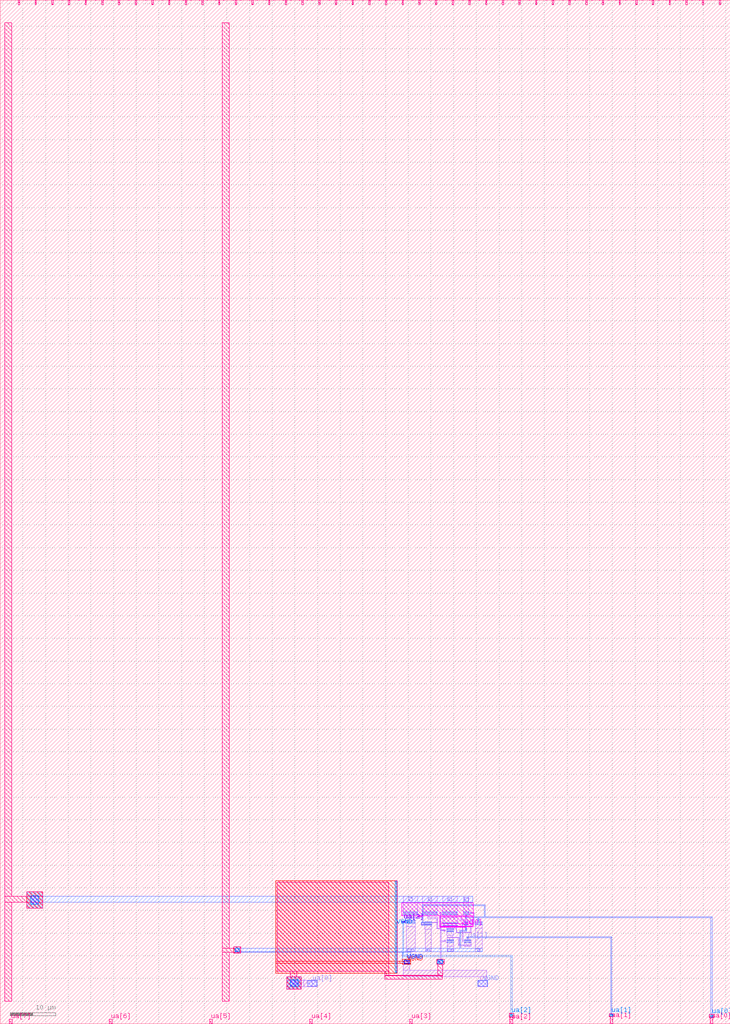
<source format=lef>
VERSION 5.7 ;
  NOWIREEXTENSIONATPIN ON ;
  DIVIDERCHAR "/" ;
  BUSBITCHARS "[]" ;
MACRO tt_um_analog_example
  CLASS BLOCK ;
  FOREIGN tt_um_analog_example ;
  ORIGIN 0.000 0.000 ;
  SIZE 161.000 BY 225.760 ;
  PIN clk
    DIRECTION INPUT ;
    USE SIGNAL ;
    PORT
      LAYER met4 ;
        RECT 154.870 224.760 155.170 225.760 ;
    END
  END clk
  PIN ena
    DIRECTION INPUT ;
    USE SIGNAL ;
    PORT
      LAYER met4 ;
        RECT 158.550 224.760 158.850 225.760 ;
    END
  END ena
  PIN rst_n
    DIRECTION INPUT ;
    USE SIGNAL ;
    PORT
      LAYER met4 ;
        RECT 151.190 224.760 151.490 225.760 ;
    END
  END rst_n
  PIN ua[0]
    DIRECTION INOUT ;
    USE SIGNAL ;
    ANTENNAGATEAREA 1.976400 ;
    ANTENNADIFFAREA 28.198374 ;
    PORT
      LAYER nwell ;
        RECT 88.560 23.770 104.290 26.720 ;
        RECT 92.130 23.585 93.005 23.770 ;
        RECT 96.915 23.565 104.290 23.770 ;
        RECT 96.915 22.035 104.275 23.565 ;
        RECT 96.915 21.555 104.270 22.035 ;
        RECT 96.915 21.360 104.250 21.555 ;
        RECT 96.915 21.330 102.620 21.360 ;
        RECT 101.125 21.295 102.620 21.330 ;
        RECT 101.125 21.270 102.555 21.295 ;
      LAYER li1 ;
        RECT 88.865 24.700 92.115 28.170 ;
        RECT 93.090 24.705 96.340 28.170 ;
        RECT 88.850 24.530 92.130 24.700 ;
        RECT 93.080 24.535 96.360 24.705 ;
        RECT 97.550 24.700 100.800 28.170 ;
        RECT 93.080 24.065 96.360 24.235 ;
        RECT 96.935 24.160 97.270 24.585 ;
        RECT 97.530 24.530 100.810 24.700 ;
        RECT 102.170 24.695 103.370 28.170 ;
        RECT 102.150 24.525 103.390 24.695 ;
        RECT 94.255 23.460 94.635 24.065 ;
        RECT 94.255 23.445 96.455 23.460 ;
        RECT 94.255 23.210 96.465 23.445 ;
        RECT 96.250 22.440 96.465 23.210 ;
        RECT 92.950 21.865 93.410 22.345 ;
        RECT 93.630 22.270 96.470 22.440 ;
        RECT 96.250 21.115 96.465 22.270 ;
        RECT 97.035 22.075 97.205 24.160 ;
        RECT 97.530 24.060 100.810 24.230 ;
        RECT 97.895 23.780 100.690 24.060 ;
        RECT 102.150 24.055 103.390 24.225 ;
        RECT 102.645 23.860 102.815 24.055 ;
        RECT 97.895 23.610 101.765 23.780 ;
        RECT 102.640 23.655 102.815 23.860 ;
        RECT 97.895 23.420 100.690 23.610 ;
        RECT 97.640 22.210 100.880 23.420 ;
        RECT 101.595 23.025 101.765 23.610 ;
        RECT 102.575 23.315 102.900 23.655 ;
        RECT 101.595 23.020 103.105 23.025 ;
        RECT 101.595 22.855 103.115 23.020 ;
        RECT 102.315 22.430 103.115 22.855 ;
        RECT 105.205 22.725 105.650 23.095 ;
        RECT 105.310 22.490 105.520 22.725 ;
        RECT 102.295 22.260 103.135 22.430 ;
        RECT 104.745 22.320 106.285 22.490 ;
        RECT 96.940 21.680 97.315 22.075 ;
        RECT 97.620 22.040 100.900 22.210 ;
        RECT 97.050 21.115 97.220 21.680 ;
        RECT 96.250 20.935 97.225 21.115 ;
        RECT 96.265 20.930 97.225 20.935 ;
        RECT 97.050 20.685 97.220 20.930 ;
        RECT 97.845 20.685 98.150 20.765 ;
        RECT 97.050 20.660 98.150 20.685 ;
        RECT 97.045 20.515 98.150 20.660 ;
        RECT 97.045 18.305 97.220 20.515 ;
        RECT 97.845 20.410 98.150 20.515 ;
        RECT 97.965 18.305 98.305 18.400 ;
        RECT 97.045 18.130 98.305 18.305 ;
        RECT 97.045 14.265 97.260 18.130 ;
        RECT 97.965 18.050 98.305 18.130 ;
        RECT 96.225 13.095 97.890 14.265 ;
        RECT 63.165 9.615 66.365 10.370 ;
        RECT 63.165 8.205 69.895 9.615 ;
        RECT 63.165 7.580 66.365 8.205 ;
      LAYER mcon ;
        RECT 90.065 27.090 90.900 27.845 ;
        RECT 94.340 27.080 95.175 27.835 ;
        RECT 98.730 27.075 99.565 27.830 ;
        RECT 88.930 24.530 92.050 24.700 ;
        RECT 93.160 24.535 96.280 24.705 ;
        RECT 102.375 27.055 103.210 27.810 ;
        RECT 93.160 24.065 96.280 24.235 ;
        RECT 97.610 24.530 100.730 24.700 ;
        RECT 102.230 24.525 103.310 24.695 ;
        RECT 93.010 21.950 93.360 22.280 ;
        RECT 93.710 22.270 95.090 22.440 ;
        RECT 97.610 24.060 100.730 24.230 ;
        RECT 102.230 24.055 103.310 24.225 ;
        RECT 102.635 23.370 102.835 23.580 ;
        RECT 105.335 22.815 105.545 23.000 ;
        RECT 102.375 22.260 103.055 22.430 ;
        RECT 104.825 22.320 106.205 22.490 ;
        RECT 97.700 22.040 100.820 22.210 ;
        RECT 96.540 13.245 97.555 14.080 ;
        RECT 63.980 8.230 65.740 9.725 ;
        RECT 67.825 8.285 69.810 9.535 ;
      LAYER met1 ;
        RECT 5.860 28.170 9.370 29.165 ;
        RECT 88.295 28.170 88.815 28.175 ;
        RECT 5.860 26.770 104.245 28.170 ;
        RECT 5.860 25.430 9.370 26.770 ;
        RECT 88.295 26.760 88.815 26.770 ;
        RECT 93.085 26.040 106.935 26.225 ;
        RECT 93.090 25.185 93.255 26.040 ;
        RECT 93.095 24.735 93.255 25.185 ;
        RECT 88.870 24.500 92.110 24.730 ;
        RECT 93.095 24.505 96.340 24.735 ;
        RECT 93.095 24.265 93.255 24.505 ;
        RECT 97.550 24.500 100.790 24.730 ;
        RECT 102.170 24.495 103.370 24.725 ;
        RECT 93.095 24.035 96.340 24.265 ;
        RECT 93.095 22.430 93.255 24.035 ;
        RECT 97.550 24.030 100.790 24.260 ;
        RECT 102.170 24.025 103.370 24.255 ;
        RECT 102.575 23.550 102.900 23.655 ;
        RECT 106.765 23.550 106.935 26.040 ;
        RECT 102.575 23.410 157.020 23.550 ;
        RECT 102.575 23.405 106.935 23.410 ;
        RECT 107.285 23.405 157.020 23.410 ;
        RECT 102.575 23.315 102.900 23.405 ;
        RECT 105.360 23.095 105.500 23.405 ;
        RECT 107.690 23.400 157.020 23.405 ;
        RECT 105.205 22.725 105.650 23.095 ;
        RECT 92.870 21.765 93.485 22.430 ;
        RECT 93.650 22.240 95.150 22.470 ;
        RECT 97.640 22.010 100.880 22.240 ;
        RECT 102.315 22.230 103.115 22.460 ;
        RECT 104.765 22.290 106.265 22.520 ;
        RECT 93.095 21.760 93.310 21.765 ;
        RECT 96.225 13.095 97.890 14.265 ;
        RECT 63.165 7.580 66.365 10.370 ;
        RECT 67.765 8.255 69.870 9.565 ;
        RECT 156.730 2.060 157.020 23.400 ;
        RECT 156.420 1.320 157.310 2.060 ;
      LAYER via ;
        RECT 6.735 26.375 8.525 28.255 ;
        RECT 96.540 13.245 97.555 14.080 ;
        RECT 63.980 8.230 65.740 9.725 ;
        RECT 156.660 1.440 157.100 1.880 ;
      LAYER met2 ;
        RECT 5.860 25.430 9.370 29.165 ;
        RECT 96.225 13.095 97.890 14.265 ;
        RECT 63.165 7.580 66.365 10.370 ;
        RECT 156.420 1.320 157.310 2.060 ;
      LAYER via2 ;
        RECT 6.735 26.375 8.525 28.255 ;
        RECT 96.540 13.245 97.555 14.080 ;
        RECT 63.980 8.230 65.740 9.725 ;
        RECT 156.660 1.440 157.100 1.880 ;
      LAYER met3 ;
        RECT 5.860 25.430 9.370 29.165 ;
        RECT 96.225 13.095 97.890 14.265 ;
        RECT 63.165 7.580 66.365 10.370 ;
        RECT 156.420 1.320 157.310 2.060 ;
      LAYER via3 ;
        RECT 6.735 26.375 8.525 28.255 ;
        RECT 96.540 13.245 97.555 14.080 ;
        RECT 63.980 8.230 65.740 9.725 ;
        RECT 156.660 1.440 157.100 1.880 ;
      LAYER met4 ;
        RECT 1.000 28.150 2.500 220.760 ;
        RECT 5.860 28.150 9.370 29.165 ;
        RECT 1.000 26.755 9.370 28.150 ;
        RECT 1.000 5.000 2.500 26.755 ;
        RECT 5.860 25.430 9.370 26.755 ;
        RECT 61.125 11.555 85.735 31.165 ;
        RECT 96.225 13.095 97.890 14.265 ;
        RECT 63.960 10.370 65.375 11.555 ;
        RECT 84.775 10.655 85.735 11.555 ;
        RECT 96.540 10.655 97.560 13.095 ;
        RECT 84.775 10.640 97.560 10.655 ;
        RECT 63.165 7.580 66.365 10.370 ;
        RECT 84.775 9.840 97.525 10.640 ;
        RECT 156.420 1.320 157.310 2.060 ;
        RECT 156.560 0.000 157.160 1.320 ;
    END
  END ua[0]
  PIN ua[1]
    DIRECTION INOUT ;
    USE SIGNAL ;
    ANTENNADIFFAREA 0.435000 ;
    PORT
      LAYER li1 ;
        RECT 102.840 18.845 103.285 19.215 ;
        RECT 102.945 18.550 103.165 18.845 ;
        RECT 102.300 18.380 103.840 18.550 ;
      LAYER mcon ;
        RECT 102.955 18.925 103.150 19.150 ;
        RECT 102.380 18.380 103.760 18.550 ;
      LAYER met1 ;
        RECT 102.840 19.160 103.285 19.215 ;
        RECT 102.840 19.155 124.870 19.160 ;
        RECT 102.840 18.955 134.920 19.155 ;
        RECT 102.840 18.845 103.285 18.955 ;
        RECT 124.515 18.950 134.920 18.955 ;
        RECT 102.320 18.350 103.820 18.580 ;
        RECT 134.615 2.260 134.920 18.950 ;
        RECT 134.280 1.520 135.300 2.260 ;
      LAYER via ;
        RECT 134.490 1.650 135.090 2.110 ;
      LAYER met2 ;
        RECT 134.280 1.520 135.300 2.260 ;
      LAYER via2 ;
        RECT 134.490 1.650 135.090 2.110 ;
      LAYER met3 ;
        RECT 134.280 1.520 135.300 2.260 ;
      LAYER via3 ;
        RECT 134.490 1.650 135.090 2.110 ;
      LAYER met4 ;
        RECT 134.280 1.520 135.300 2.260 ;
        RECT 134.480 0.000 135.080 1.520 ;
    END
  END ua[1]
  PIN ua[2]
    DIRECTION INOUT ;
    USE SIGNAL ;
    ANTENNAGATEAREA 0.360000 ;
    PORT
      LAYER li1 ;
        RECT 88.600 22.300 89.260 22.700 ;
      LAYER mcon ;
        RECT 88.700 22.370 89.220 22.620 ;
      LAYER met1 ;
        RECT 88.595 22.300 89.265 22.705 ;
      LAYER via ;
        RECT 88.700 22.370 89.220 22.635 ;
      LAYER met2 ;
        RECT 88.595 22.300 89.265 22.705 ;
        RECT 88.735 20.240 88.945 22.300 ;
        RECT 88.735 20.055 88.950 20.240 ;
        RECT 88.740 15.155 88.950 20.055 ;
        RECT 88.740 14.805 112.890 15.155 ;
        RECT 88.740 14.800 88.950 14.805 ;
        RECT 112.540 2.310 112.890 14.805 ;
        RECT 112.210 1.435 113.215 2.310 ;
      LAYER via2 ;
        RECT 112.470 1.615 112.965 2.110 ;
      LAYER met3 ;
        RECT 112.210 1.435 113.215 2.310 ;
      LAYER via3 ;
        RECT 112.470 1.615 112.965 2.110 ;
      LAYER met4 ;
        RECT 112.210 1.435 113.215 2.310 ;
        RECT 112.395 0.905 113.005 1.435 ;
        RECT 112.400 0.000 113.000 0.905 ;
    END
  END ua[2]
  PIN ua[3]
    DIRECTION INOUT ;
    USE SIGNAL ;
    PORT
      LAYER met4 ;
        RECT 90.320 0.000 90.920 1.000 ;
    END
  END ua[3]
  PIN ua[4]
    DIRECTION INOUT ;
    USE SIGNAL ;
    PORT
      LAYER met4 ;
        RECT 68.240 0.000 68.840 1.000 ;
    END
  END ua[4]
  PIN ua[5]
    DIRECTION INOUT ;
    USE SIGNAL ;
    PORT
      LAYER met4 ;
        RECT 46.160 0.000 46.760 1.000 ;
    END
  END ua[5]
  PIN ua[6]
    DIRECTION INOUT ;
    USE SIGNAL ;
    PORT
      LAYER met4 ;
        RECT 24.080 0.000 24.680 1.000 ;
    END
  END ua[6]
  PIN ua[7]
    DIRECTION INOUT ;
    USE SIGNAL ;
    PORT
      LAYER met4 ;
        RECT 2.000 0.000 2.600 1.000 ;
    END
  END ua[7]
  PIN ui_in[0]
    DIRECTION INPUT ;
    USE SIGNAL ;
    PORT
      LAYER met4 ;
        RECT 147.510 224.760 147.810 225.760 ;
    END
  END ui_in[0]
  PIN ui_in[1]
    DIRECTION INPUT ;
    USE SIGNAL ;
    PORT
      LAYER met4 ;
        RECT 143.830 224.760 144.130 225.760 ;
    END
  END ui_in[1]
  PIN ui_in[2]
    DIRECTION INPUT ;
    USE SIGNAL ;
    PORT
      LAYER met4 ;
        RECT 140.150 224.760 140.450 225.760 ;
    END
  END ui_in[2]
  PIN ui_in[3]
    DIRECTION INPUT ;
    USE SIGNAL ;
    PORT
      LAYER met4 ;
        RECT 136.470 224.760 136.770 225.760 ;
    END
  END ui_in[3]
  PIN ui_in[4]
    DIRECTION INPUT ;
    USE SIGNAL ;
    PORT
      LAYER met4 ;
        RECT 132.790 224.760 133.090 225.760 ;
    END
  END ui_in[4]
  PIN ui_in[5]
    DIRECTION INPUT ;
    USE SIGNAL ;
    PORT
      LAYER met4 ;
        RECT 129.110 224.760 129.410 225.760 ;
    END
  END ui_in[5]
  PIN ui_in[6]
    DIRECTION INPUT ;
    USE SIGNAL ;
    PORT
      LAYER met4 ;
        RECT 125.430 224.760 125.730 225.760 ;
    END
  END ui_in[6]
  PIN ui_in[7]
    DIRECTION INPUT ;
    USE SIGNAL ;
    PORT
      LAYER met4 ;
        RECT 121.750 224.760 122.050 225.760 ;
    END
  END ui_in[7]
  PIN uio_in[0]
    DIRECTION INPUT ;
    USE SIGNAL ;
    PORT
      LAYER met4 ;
        RECT 118.070 224.760 118.370 225.760 ;
    END
  END uio_in[0]
  PIN uio_in[1]
    DIRECTION INPUT ;
    USE SIGNAL ;
    PORT
      LAYER met4 ;
        RECT 114.390 224.760 114.690 225.760 ;
    END
  END uio_in[1]
  PIN uio_in[2]
    DIRECTION INPUT ;
    USE SIGNAL ;
    PORT
      LAYER met4 ;
        RECT 110.710 224.760 111.010 225.760 ;
    END
  END uio_in[2]
  PIN uio_in[3]
    DIRECTION INPUT ;
    USE SIGNAL ;
    PORT
      LAYER met4 ;
        RECT 107.030 224.760 107.330 225.760 ;
    END
  END uio_in[3]
  PIN uio_in[4]
    DIRECTION INPUT ;
    USE SIGNAL ;
    PORT
      LAYER met4 ;
        RECT 103.350 224.760 103.650 225.760 ;
    END
  END uio_in[4]
  PIN uio_in[5]
    DIRECTION INPUT ;
    USE SIGNAL ;
    PORT
      LAYER met4 ;
        RECT 99.670 224.760 99.970 225.760 ;
    END
  END uio_in[5]
  PIN uio_in[6]
    DIRECTION INPUT ;
    USE SIGNAL ;
    PORT
      LAYER met4 ;
        RECT 95.990 224.760 96.290 225.760 ;
    END
  END uio_in[6]
  PIN uio_in[7]
    DIRECTION INPUT ;
    USE SIGNAL ;
    PORT
      LAYER met4 ;
        RECT 92.310 224.760 92.610 225.760 ;
    END
  END uio_in[7]
  PIN uio_oe[0]
    DIRECTION OUTPUT ;
    USE SIGNAL ;
    PORT
      LAYER met4 ;
        RECT 29.750 224.760 30.050 225.760 ;
    END
  END uio_oe[0]
  PIN uio_oe[1]
    DIRECTION OUTPUT ;
    USE SIGNAL ;
    PORT
      LAYER met4 ;
        RECT 26.070 224.760 26.370 225.760 ;
    END
  END uio_oe[1]
  PIN uio_oe[2]
    DIRECTION OUTPUT ;
    USE SIGNAL ;
    PORT
      LAYER met4 ;
        RECT 22.390 224.760 22.690 225.760 ;
    END
  END uio_oe[2]
  PIN uio_oe[3]
    DIRECTION OUTPUT ;
    USE SIGNAL ;
    PORT
      LAYER met4 ;
        RECT 18.710 224.760 19.010 225.760 ;
    END
  END uio_oe[3]
  PIN uio_oe[4]
    DIRECTION OUTPUT ;
    USE SIGNAL ;
    PORT
      LAYER met4 ;
        RECT 15.030 224.760 15.330 225.760 ;
    END
  END uio_oe[4]
  PIN uio_oe[5]
    DIRECTION OUTPUT ;
    USE SIGNAL ;
    PORT
      LAYER met4 ;
        RECT 11.350 224.760 11.650 225.760 ;
    END
  END uio_oe[5]
  PIN uio_oe[6]
    DIRECTION OUTPUT ;
    USE SIGNAL ;
    PORT
      LAYER met4 ;
        RECT 7.670 224.760 7.970 225.760 ;
    END
  END uio_oe[6]
  PIN uio_oe[7]
    DIRECTION OUTPUT ;
    USE SIGNAL ;
    PORT
      LAYER met4 ;
        RECT 3.990 224.760 4.290 225.760 ;
    END
  END uio_oe[7]
  PIN uio_out[0]
    DIRECTION OUTPUT ;
    USE SIGNAL ;
    PORT
      LAYER met4 ;
        RECT 59.190 224.760 59.490 225.760 ;
    END
  END uio_out[0]
  PIN uio_out[1]
    DIRECTION OUTPUT ;
    USE SIGNAL ;
    PORT
      LAYER met4 ;
        RECT 55.510 224.760 55.810 225.760 ;
    END
  END uio_out[1]
  PIN uio_out[2]
    DIRECTION OUTPUT ;
    USE SIGNAL ;
    PORT
      LAYER met4 ;
        RECT 51.830 224.760 52.130 225.760 ;
    END
  END uio_out[2]
  PIN uio_out[3]
    DIRECTION OUTPUT ;
    USE SIGNAL ;
    PORT
      LAYER met4 ;
        RECT 48.150 224.760 48.450 225.760 ;
    END
  END uio_out[3]
  PIN uio_out[4]
    DIRECTION OUTPUT ;
    USE SIGNAL ;
    PORT
      LAYER met4 ;
        RECT 44.470 224.760 44.770 225.760 ;
    END
  END uio_out[4]
  PIN uio_out[5]
    DIRECTION OUTPUT ;
    USE SIGNAL ;
    PORT
      LAYER met4 ;
        RECT 40.790 224.760 41.090 225.760 ;
    END
  END uio_out[5]
  PIN uio_out[6]
    DIRECTION OUTPUT ;
    USE SIGNAL ;
    PORT
      LAYER met4 ;
        RECT 37.110 224.760 37.410 225.760 ;
    END
  END uio_out[6]
  PIN uio_out[7]
    DIRECTION OUTPUT ;
    USE SIGNAL ;
    PORT
      LAYER met4 ;
        RECT 33.430 224.760 33.730 225.760 ;
    END
  END uio_out[7]
  PIN uo_out[0]
    DIRECTION OUTPUT ;
    USE SIGNAL ;
    PORT
      LAYER met4 ;
        RECT 88.630 224.760 88.930 225.760 ;
    END
  END uo_out[0]
  PIN uo_out[1]
    DIRECTION OUTPUT ;
    USE SIGNAL ;
    PORT
      LAYER met4 ;
        RECT 84.950 224.760 85.250 225.760 ;
    END
  END uo_out[1]
  PIN uo_out[2]
    DIRECTION OUTPUT ;
    USE SIGNAL ;
    PORT
      LAYER met4 ;
        RECT 81.270 224.760 81.570 225.760 ;
    END
  END uo_out[2]
  PIN uo_out[3]
    DIRECTION OUTPUT ;
    USE SIGNAL ;
    PORT
      LAYER met4 ;
        RECT 77.590 224.760 77.890 225.760 ;
    END
  END uo_out[3]
  PIN uo_out[4]
    DIRECTION OUTPUT ;
    USE SIGNAL ;
    PORT
      LAYER met4 ;
        RECT 73.910 224.760 74.210 225.760 ;
    END
  END uo_out[4]
  PIN uo_out[5]
    DIRECTION OUTPUT ;
    USE SIGNAL ;
    PORT
      LAYER met4 ;
        RECT 70.230 224.760 70.530 225.760 ;
    END
  END uo_out[5]
  PIN uo_out[6]
    DIRECTION OUTPUT ;
    USE SIGNAL ;
    PORT
      LAYER met4 ;
        RECT 66.550 224.760 66.850 225.760 ;
    END
  END uo_out[6]
  PIN uo_out[7]
    DIRECTION OUTPUT ;
    USE SIGNAL ;
    PORT
      LAYER met4 ;
        RECT 62.870 224.760 63.170 225.760 ;
    END
  END uo_out[7]
  PIN VGND
    DIRECTION INOUT ;
    USE GROUND ;
    PORT
      LAYER li1 ;
        RECT 89.480 22.175 91.520 22.345 ;
        RECT 89.500 21.440 91.500 22.175 ;
        RECT 93.630 21.800 95.170 21.970 ;
        RECT 89.510 15.830 91.500 21.440 ;
        RECT 93.645 20.840 95.150 21.800 ;
        RECT 102.295 21.790 103.135 21.960 ;
        RECT 104.745 21.850 106.285 22.020 ;
        RECT 102.630 21.135 102.800 21.790 ;
        RECT 93.700 15.830 95.060 20.840 ;
        RECT 102.560 20.785 102.905 21.135 ;
        RECT 104.765 21.020 106.265 21.850 ;
        RECT 98.520 17.895 100.060 18.065 ;
        RECT 98.540 17.070 100.040 17.895 ;
        RECT 98.550 15.830 100.035 17.070 ;
        RECT 104.770 15.830 106.260 21.020 ;
        RECT 88.710 13.075 90.500 14.225 ;
        RECT 88.915 11.790 90.330 13.075 ;
        RECT 88.915 10.375 107.255 11.790 ;
        RECT 105.840 9.615 107.255 10.375 ;
        RECT 105.335 8.205 107.495 9.615 ;
      LAYER mcon ;
        RECT 89.560 22.175 91.440 22.345 ;
        RECT 93.710 21.800 95.090 21.970 ;
        RECT 102.375 21.790 103.055 21.960 ;
        RECT 104.825 21.850 106.205 22.020 ;
        RECT 102.640 20.860 102.815 21.035 ;
        RECT 89.805 16.020 91.170 16.425 ;
        RECT 98.600 17.895 99.980 18.065 ;
        RECT 94.000 16.070 94.770 16.460 ;
        RECT 98.705 16.020 99.855 16.440 ;
        RECT 105.195 16.035 105.895 16.490 ;
        RECT 89.060 13.270 90.165 14.045 ;
        RECT 105.420 8.285 107.405 9.535 ;
      LAYER met1 ;
        RECT 89.500 22.145 91.500 22.375 ;
        RECT 93.650 21.770 95.150 22.000 ;
        RECT 102.315 21.760 103.115 21.990 ;
        RECT 104.765 21.820 106.265 22.050 ;
        RECT 102.560 20.785 102.905 21.135 ;
        RECT 102.615 20.600 102.855 20.785 ;
        RECT 101.350 20.360 102.855 20.600 ;
        RECT 98.540 17.865 100.040 18.095 ;
        RECT 51.520 16.610 53.095 16.950 ;
        RECT 101.350 16.610 101.590 20.360 ;
        RECT 51.520 16.600 54.295 16.610 ;
        RECT 88.710 16.600 106.270 16.610 ;
        RECT 51.520 15.830 106.270 16.600 ;
        RECT 51.520 15.815 90.500 15.830 ;
        RECT 51.520 15.550 53.095 15.815 ;
        RECT 88.710 13.075 90.500 15.815 ;
        RECT 105.360 8.255 107.465 9.565 ;
      LAYER via ;
        RECT 51.840 15.840 52.760 16.670 ;
        RECT 89.060 13.270 90.165 14.045 ;
      LAYER met2 ;
        RECT 51.520 15.550 53.095 16.950 ;
        RECT 88.710 13.075 90.500 14.225 ;
      LAYER via2 ;
        RECT 51.840 15.840 52.760 16.670 ;
        RECT 89.060 13.270 90.165 14.045 ;
      LAYER met3 ;
        RECT 51.520 15.550 53.095 16.950 ;
        RECT 60.730 13.785 87.590 31.560 ;
        RECT 88.710 13.785 90.500 14.225 ;
        RECT 60.730 13.370 90.500 13.785 ;
        RECT 60.730 11.160 87.590 13.370 ;
        RECT 88.710 13.075 90.500 13.370 ;
      LAYER via3 ;
        RECT 51.840 15.840 52.760 16.670 ;
        RECT 87.170 11.300 87.490 31.420 ;
      LAYER met4 ;
        RECT 49.000 16.610 50.500 220.760 ;
        RECT 51.520 16.610 53.095 16.950 ;
        RECT 49.000 15.815 53.095 16.610 ;
        RECT 49.000 5.000 50.500 15.815 ;
        RECT 51.520 15.550 53.095 15.815 ;
        RECT 87.090 11.220 87.570 31.500 ;
    END
  END VGND
  OBS
      LAYER li1 ;
        RECT 103.705 24.495 104.035 24.560 ;
        RECT 104.330 24.495 104.540 24.500 ;
        RECT 103.705 24.325 104.540 24.495 ;
        RECT 88.850 24.060 92.130 24.230 ;
        RECT 103.705 24.220 104.035 24.325 ;
        RECT 89.565 23.465 91.445 24.060 ;
        RECT 92.410 23.650 92.745 23.925 ;
        RECT 92.470 23.465 92.685 23.650 ;
        RECT 89.565 23.280 92.685 23.465 ;
        RECT 89.565 22.815 91.445 23.280 ;
        RECT 104.330 22.930 104.540 24.325 ;
        RECT 89.480 22.645 91.520 22.815 ;
        RECT 103.660 22.760 104.540 22.930 ;
        RECT 101.805 21.940 102.120 22.275 ;
        RECT 97.620 21.570 100.900 21.740 ;
        RECT 98.520 21.290 99.900 21.570 ;
        RECT 98.520 21.115 100.725 21.290 ;
        RECT 98.520 20.915 99.900 21.115 ;
        RECT 98.470 20.745 100.010 20.915 ;
        RECT 100.555 20.750 100.725 21.115 ;
        RECT 100.555 20.560 100.730 20.750 ;
        RECT 98.470 20.275 100.010 20.445 ;
        RECT 98.490 19.470 99.990 20.275 ;
        RECT 100.560 20.190 100.730 20.560 ;
        RECT 101.875 20.190 102.055 21.940 ;
        RECT 103.660 20.190 103.890 22.760 ;
        RECT 104.330 22.390 104.540 22.760 ;
        RECT 104.190 21.990 104.560 22.390 ;
        RECT 100.560 20.020 103.890 20.190 ;
        RECT 98.635 19.105 99.850 19.470 ;
        RECT 98.635 19.095 101.255 19.105 ;
        RECT 98.635 18.925 101.260 19.095 ;
        RECT 98.635 18.535 99.850 18.925 ;
        RECT 98.520 18.365 100.060 18.535 ;
        RECT 101.055 17.440 101.260 18.925 ;
        RECT 101.875 18.425 102.065 20.020 ;
        RECT 102.275 20.015 103.695 20.020 ;
        RECT 101.845 18.045 102.120 18.425 ;
        RECT 102.300 17.910 103.840 18.080 ;
        RECT 102.315 17.440 103.825 17.910 ;
        RECT 101.055 17.255 103.825 17.440 ;
        RECT 102.315 17.070 103.825 17.255 ;
      LAYER mcon ;
        RECT 88.930 24.060 92.050 24.230 ;
        RECT 89.560 22.645 91.440 22.815 ;
        RECT 97.700 21.570 100.820 21.740 ;
        RECT 98.550 20.745 99.930 20.915 ;
        RECT 98.550 20.275 99.930 20.445 ;
        RECT 98.600 18.365 99.980 18.535 ;
        RECT 102.380 17.910 103.760 18.080 ;
      LAYER met1 ;
        RECT 88.870 24.030 92.110 24.260 ;
        RECT 89.500 22.615 91.500 22.845 ;
        RECT 97.640 21.540 100.880 21.770 ;
        RECT 98.490 20.715 99.990 20.945 ;
        RECT 98.490 20.245 99.990 20.475 ;
        RECT 98.540 18.335 100.040 18.565 ;
        RECT 102.320 17.880 103.820 18.110 ;
  END
END tt_um_analog_example
END LIBRARY


</source>
